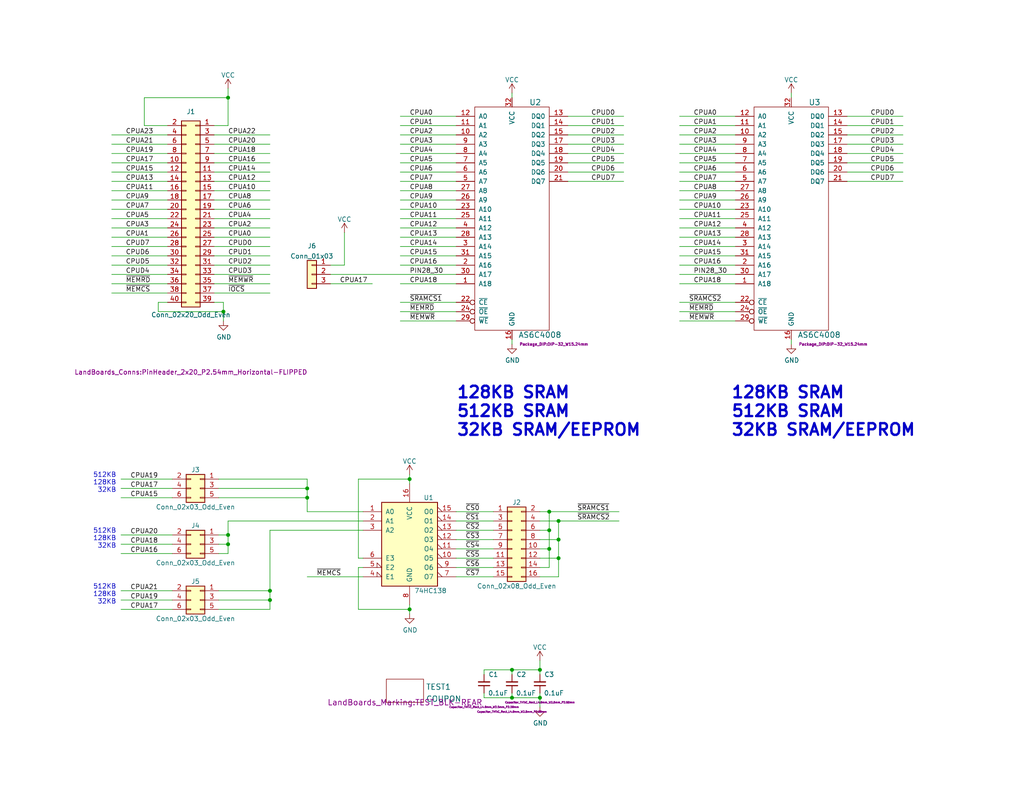
<source format=kicad_sch>
(kicad_sch (version 20211123) (generator eeschema)
  (paper "A")
  (title_block (title "LBB-MEMORY") (date "2022-09-07") (rev "1") (company "Land Boards LLC"))
  (lib_symbols
    (symbol "74xx:74LS138" (pin_names (offset 1.016))
      (property "Reference" "U" (at -7.62 11.43 0))
      (property "Value" "74LS138" (at -7.62 -13.97 0))
      (symbol "74LS138_1_0"
        (pin input line (at -12.7 7.62 0) (length 5.08) (name "A0") (number "1"))
        (pin output output_low (at 12.7 -5.08 180) (length 5.08) (name "O5") (number "10"))
        (pin output output_low (at 12.7 -2.54 180) (length 5.08) (name "O4") (number "11"))
        (pin output output_low (at 12.7 0 180) (length 5.08) (name "O3") (number "12"))
        (pin output output_low (at 12.7 2.54 180) (length 5.08) (name "O2") (number "13"))
        (pin output output_low (at 12.7 5.08 180) (length 5.08) (name "O1") (number "14"))
        (pin output output_low (at 12.7 7.62 180) (length 5.08) (name "O0") (number "15"))
        (pin power_in line (at 0 15.24 270) (length 5.08) (name "VCC") (number "16"))
        (pin input line (at -12.7 5.08 0) (length 5.08) (name "A1") (number "2"))
        (pin input line (at -12.7 2.54 0) (length 5.08) (name "A2") (number "3"))
        (pin input input_low (at -12.7 -10.16 0) (length 5.08) (name "E1") (number "4"))
        (pin input input_low (at -12.7 -7.62 0) (length 5.08) (name "E2") (number "5"))
        (pin input line (at -12.7 -5.08 0) (length 5.08) (name "E3") (number "6"))
        (pin output output_low (at 12.7 -10.16 180) (length 5.08) (name "O7") (number "7"))
        (pin power_in line (at 0 -17.78 90) (length 5.08) (name "GND") (number "8"))
        (pin output output_low (at 12.7 -7.62 180) (length 5.08) (name "O6") (number "9"))
      )
      (symbol "74LS138_1_1"
        (rectangle (start -7.62 10.16) (end 7.62 -12.7) (stroke (width 0.254)) (fill (type background)))
      )
    )
    (symbol "Connector_Generic:Conn_01x03" (pin_names (offset 1.016) hide)
      (property "Reference" "J" (at 0 5.08 0))
      (property "Value" "Conn_01x03" (at 0 -5.08 0))
      (symbol "Conn_01x03_1_1"
        (rectangle (start -1.27 -2.413) (end 0 -2.667) (stroke (width 0.1524)))
        (rectangle (start -1.27 0.127) (end 0 -0.127) (stroke (width 0.1524)))
        (rectangle (start -1.27 2.667) (end 0 2.413) (stroke (width 0.1524)))
        (rectangle (start -1.27 3.81) (end 1.27 -3.81) (stroke (width 0.254)) (fill (type background)))
        (pin passive line (at -5.08 2.54 0) (length 3.81) (name "Pin_1") (number "1"))
        (pin passive line (at -5.08 0 0) (length 3.81) (name "Pin_2") (number "2"))
        (pin passive line (at -5.08 -2.54 0) (length 3.81) (name "Pin_3") (number "3"))
      )
    )
    (symbol "Connector_Generic:Conn_02x03_Odd_Even" (pin_names (offset 1.016) hide)
      (property "Reference" "J" (at 1.27 5.08 0))
      (property "Value" "Conn_02x03_Odd_Even" (at 1.27 -5.08 0))
      (symbol "Conn_02x03_Odd_Even_1_1"
        (rectangle (start -1.27 -2.413) (end 0 -2.667) (stroke (width 0.1524)))
        (rectangle (start -1.27 0.127) (end 0 -0.127) (stroke (width 0.1524)))
        (rectangle (start -1.27 2.667) (end 0 2.413) (stroke (width 0.1524)))
        (rectangle (start -1.27 3.81) (end 3.81 -3.81) (stroke (width 0.254)) (fill (type background)))
        (rectangle (start 3.81 -2.413) (end 2.54 -2.667) (stroke (width 0.1524)))
        (rectangle (start 3.81 0.127) (end 2.54 -0.127) (stroke (width 0.1524)))
        (rectangle (start 3.81 2.667) (end 2.54 2.413) (stroke (width 0.1524)))
        (pin passive line (at -5.08 2.54 0) (length 3.81) (name "Pin_1") (number "1"))
        (pin passive line (at 7.62 2.54 180) (length 3.81) (name "Pin_2") (number "2"))
        (pin passive line (at -5.08 0 0) (length 3.81) (name "Pin_3") (number "3"))
        (pin passive line (at 7.62 0 180) (length 3.81) (name "Pin_4") (number "4"))
        (pin passive line (at -5.08 -2.54 0) (length 3.81) (name "Pin_5") (number "5"))
        (pin passive line (at 7.62 -2.54 180) (length 3.81) (name "Pin_6") (number "6"))
      )
    )
    (symbol "Connector_Generic:Conn_02x08_Odd_Even" (pin_names (offset 1.016) hide)
      (property "Reference" "J" (at 1.27 10.16 0))
      (property "Value" "Conn_02x08_Odd_Even" (at 1.27 -12.7 0))
      (symbol "Conn_02x08_Odd_Even_1_1"
        (rectangle (start -1.27 -10.033) (end 0 -10.287) (stroke (width 0.1524)))
        (rectangle (start -1.27 -7.493) (end 0 -7.747) (stroke (width 0.1524)))
        (rectangle (start -1.27 -4.953) (end 0 -5.207) (stroke (width 0.1524)))
        (rectangle (start -1.27 -2.413) (end 0 -2.667) (stroke (width 0.1524)))
        (rectangle (start -1.27 0.127) (end 0 -0.127) (stroke (width 0.1524)))
        (rectangle (start -1.27 2.667) (end 0 2.413) (stroke (width 0.1524)))
        (rectangle (start -1.27 5.207) (end 0 4.953) (stroke (width 0.1524)))
        (rectangle (start -1.27 7.747) (end 0 7.493) (stroke (width 0.1524)))
        (rectangle (start -1.27 8.89) (end 3.81 -11.43) (stroke (width 0.254)) (fill (type background)))
        (rectangle (start 3.81 -10.033) (end 2.54 -10.287) (stroke (width 0.1524)))
        (rectangle (start 3.81 -7.493) (end 2.54 -7.747) (stroke (width 0.1524)))
        (rectangle (start 3.81 -4.953) (end 2.54 -5.207) (stroke (width 0.1524)))
        (rectangle (start 3.81 -2.413) (end 2.54 -2.667) (stroke (width 0.1524)))
        (rectangle (start 3.81 0.127) (end 2.54 -0.127) (stroke (width 0.1524)))
        (rectangle (start 3.81 2.667) (end 2.54 2.413) (stroke (width 0.1524)))
        (rectangle (start 3.81 5.207) (end 2.54 4.953) (stroke (width 0.1524)))
        (rectangle (start 3.81 7.747) (end 2.54 7.493) (stroke (width 0.1524)))
        (pin passive line (at -5.08 7.62 0) (length 3.81) (name "Pin_1") (number "1"))
        (pin passive line (at 7.62 -2.54 180) (length 3.81) (name "Pin_10") (number "10"))
        (pin passive line (at -5.08 -5.08 0) (length 3.81) (name "Pin_11") (number "11"))
        (pin passive line (at 7.62 -5.08 180) (length 3.81) (name "Pin_12") (number "12"))
        (pin passive line (at -5.08 -7.62 0) (length 3.81) (name "Pin_13") (number "13"))
        (pin passive line (at 7.62 -7.62 180) (length 3.81) (name "Pin_14") (number "14"))
        (pin passive line (at -5.08 -10.16 0) (length 3.81) (name "Pin_15") (number "15"))
        (pin passive line (at 7.62 -10.16 180) (length 3.81) (name "Pin_16") (number "16"))
        (pin passive line (at 7.62 7.62 180) (length 3.81) (name "Pin_2") (number "2"))
        (pin passive line (at -5.08 5.08 0) (length 3.81) (name "Pin_3") (number "3"))
        (pin passive line (at 7.62 5.08 180) (length 3.81) (name "Pin_4") (number "4"))
        (pin passive line (at -5.08 2.54 0) (length 3.81) (name "Pin_5") (number "5"))
        (pin passive line (at 7.62 2.54 180) (length 3.81) (name "Pin_6") (number "6"))
        (pin passive line (at -5.08 0 0) (length 3.81) (name "Pin_7") (number "7"))
        (pin passive line (at 7.62 0 180) (length 3.81) (name "Pin_8") (number "8"))
        (pin passive line (at -5.08 -2.54 0) (length 3.81) (name "Pin_9") (number "9"))
      )
    )
    (symbol "Connector_Generic:Conn_02x20_Odd_Even" (pin_names (offset 1.016) hide)
      (property "Reference" "J" (at 1.27 25.4 0))
      (property "Value" "Conn_02x20_Odd_Even" (at 1.27 -27.94 0))
      (symbol "Conn_02x20_Odd_Even_1_1"
        (rectangle (start -1.27 -25.273) (end 0 -25.527) (stroke (width 0.1524)))
        (rectangle (start -1.27 -22.733) (end 0 -22.987) (stroke (width 0.1524)))
        (rectangle (start -1.27 -20.193) (end 0 -20.447) (stroke (width 0.1524)))
        (rectangle (start -1.27 -17.653) (end 0 -17.907) (stroke (width 0.1524)))
        (rectangle (start -1.27 -15.113) (end 0 -15.367) (stroke (width 0.1524)))
        (rectangle (start -1.27 -12.573) (end 0 -12.827) (stroke (width 0.1524)))
        (rectangle (start -1.27 -10.033) (end 0 -10.287) (stroke (width 0.1524)))
        (rectangle (start -1.27 -7.493) (end 0 -7.747) (stroke (width 0.1524)))
        (rectangle (start -1.27 -4.953) (end 0 -5.207) (stroke (width 0.1524)))
        (rectangle (start -1.27 -2.413) (end 0 -2.667) (stroke (width 0.1524)))
        (rectangle (start -1.27 0.127) (end 0 -0.127) (stroke (width 0.1524)))
        (rectangle (start -1.27 2.667) (end 0 2.413) (stroke (width 0.1524)))
        (rectangle (start -1.27 5.207) (end 0 4.953) (stroke (width 0.1524)))
        (rectangle (start -1.27 7.747) (end 0 7.493) (stroke (width 0.1524)))
        (rectangle (start -1.27 10.287) (end 0 10.033) (stroke (width 0.1524)))
        (rectangle (start -1.27 12.827) (end 0 12.573) (stroke (width 0.1524)))
        (rectangle (start -1.27 15.367) (end 0 15.113) (stroke (width 0.1524)))
        (rectangle (start -1.27 17.907) (end 0 17.653) (stroke (width 0.1524)))
        (rectangle (start -1.27 20.447) (end 0 20.193) (stroke (width 0.1524)))
        (rectangle (start -1.27 22.987) (end 0 22.733) (stroke (width 0.1524)))
        (rectangle (start -1.27 24.13) (end 3.81 -26.67) (stroke (width 0.254)) (fill (type background)))
        (rectangle (start 3.81 -25.273) (end 2.54 -25.527) (stroke (width 0.1524)))
        (rectangle (start 3.81 -22.733) (end 2.54 -22.987) (stroke (width 0.1524)))
        (rectangle (start 3.81 -20.193) (end 2.54 -20.447) (stroke (width 0.1524)))
        (rectangle (start 3.81 -17.653) (end 2.54 -17.907) (stroke (width 0.1524)))
        (rectangle (start 3.81 -15.113) (end 2.54 -15.367) (stroke (width 0.1524)))
        (rectangle (start 3.81 -12.573) (end 2.54 -12.827) (stroke (width 0.1524)))
        (rectangle (start 3.81 -10.033) (end 2.54 -10.287) (stroke (width 0.1524)))
        (rectangle (start 3.81 -7.493) (end 2.54 -7.747) (stroke (width 0.1524)))
        (rectangle (start 3.81 -4.953) (end 2.54 -5.207) (stroke (width 0.1524)))
        (rectangle (start 3.81 -2.413) (end 2.54 -2.667) (stroke (width 0.1524)))
        (rectangle (start 3.81 0.127) (end 2.54 -0.127) (stroke (width 0.1524)))
        (rectangle (start 3.81 2.667) (end 2.54 2.413) (stroke (width 0.1524)))
        (rectangle (start 3.81 5.207) (end 2.54 4.953) (stroke (width 0.1524)))
        (rectangle (start 3.81 7.747) (end 2.54 7.493) (stroke (width 0.1524)))
        (rectangle (start 3.81 10.287) (end 2.54 10.033) (stroke (width 0.1524)))
        (rectangle (start 3.81 12.827) (end 2.54 12.573) (stroke (width 0.1524)))
        (rectangle (start 3.81 15.367) (end 2.54 15.113) (stroke (width 0.1524)))
        (rectangle (start 3.81 17.907) (end 2.54 17.653) (stroke (width 0.1524)))
        (rectangle (start 3.81 20.447) (end 2.54 20.193) (stroke (width 0.1524)))
        (rectangle (start 3.81 22.987) (end 2.54 22.733) (stroke (width 0.1524)))
        (pin passive line (at -5.08 22.86 0) (length 3.81) (name "Pin_1") (number "1"))
        (pin passive line (at 7.62 12.7 180) (length 3.81) (name "Pin_10") (number "10"))
        (pin passive line (at -5.08 10.16 0) (length 3.81) (name "Pin_11") (number "11"))
        (pin passive line (at 7.62 10.16 180) (length 3.81) (name "Pin_12") (number "12"))
        (pin passive line (at -5.08 7.62 0) (length 3.81) (name "Pin_13") (number "13"))
        (pin passive line (at 7.62 7.62 180) (length 3.81) (name "Pin_14") (number "14"))
        (pin passive line (at -5.08 5.08 0) (length 3.81) (name "Pin_15") (number "15"))
        (pin passive line (at 7.62 5.08 180) (length 3.81) (name "Pin_16") (number "16"))
        (pin passive line (at -5.08 2.54 0) (length 3.81) (name "Pin_17") (number "17"))
        (pin passive line (at 7.62 2.54 180) (length 3.81) (name "Pin_18") (number "18"))
        (pin passive line (at -5.08 0 0) (length 3.81) (name "Pin_19") (number "19"))
        (pin passive line (at 7.62 22.86 180) (length 3.81) (name "Pin_2") (number "2"))
        (pin passive line (at 7.62 0 180) (length 3.81) (name "Pin_20") (number "20"))
        (pin passive line (at -5.08 -2.54 0) (length 3.81) (name "Pin_21") (number "21"))
        (pin passive line (at 7.62 -2.54 180) (length 3.81) (name "Pin_22") (number "22"))
        (pin passive line (at -5.08 -5.08 0) (length 3.81) (name "Pin_23") (number "23"))
        (pin passive line (at 7.62 -5.08 180) (length 3.81) (name "Pin_24") (number "24"))
        (pin passive line (at -5.08 -7.62 0) (length 3.81) (name "Pin_25") (number "25"))
        (pin passive line (at 7.62 -7.62 180) (length 3.81) (name "Pin_26") (number "26"))
        (pin passive line (at -5.08 -10.16 0) (length 3.81) (name "Pin_27") (number "27"))
        (pin passive line (at 7.62 -10.16 180) (length 3.81) (name "Pin_28") (number "28"))
        (pin passive line (at -5.08 -12.7 0) (length 3.81) (name "Pin_29") (number "29"))
        (pin passive line (at -5.08 20.32 0) (length 3.81) (name "Pin_3") (number "3"))
        (pin passive line (at 7.62 -12.7 180) (length 3.81) (name "Pin_30") (number "30"))
        (pin passive line (at -5.08 -15.24 0) (length 3.81) (name "Pin_31") (number "31"))
        (pin passive line (at 7.62 -15.24 180) (length 3.81) (name "Pin_32") (number "32"))
        (pin passive line (at -5.08 -17.78 0) (length 3.81) (name "Pin_33") (number "33"))
        (pin passive line (at 7.62 -17.78 180) (length 3.81) (name "Pin_34") (number "34"))
        (pin passive line (at -5.08 -20.32 0) (length 3.81) (name "Pin_35") (number "35"))
        (pin passive line (at 7.62 -20.32 180) (length 3.81) (name "Pin_36") (number "36"))
        (pin passive line (at -5.08 -22.86 0) (length 3.81) (name "Pin_37") (number "37"))
        (pin passive line (at 7.62 -22.86 180) (length 3.81) (name "Pin_38") (number "38"))
        (pin passive line (at -5.08 -25.4 0) (length 3.81) (name "Pin_39") (number "39"))
        (pin passive line (at 7.62 20.32 180) (length 3.81) (name "Pin_4") (number "4"))
        (pin passive line (at 7.62 -25.4 180) (length 3.81) (name "Pin_40") (number "40"))
        (pin passive line (at -5.08 17.78 0) (length 3.81) (name "Pin_5") (number "5"))
        (pin passive line (at 7.62 17.78 180) (length 3.81) (name "Pin_6") (number "6"))
        (pin passive line (at -5.08 15.24 0) (length 3.81) (name "Pin_7") (number "7"))
        (pin passive line (at 7.62 15.24 180) (length 3.81) (name "Pin_8") (number "8"))
        (pin passive line (at -5.08 12.7 0) (length 3.81) (name "Pin_9") (number "9"))
      )
    )
    (symbol "Device:C_Small" (pin_numbers hide) (pin_names (offset 0.254) hide)
      (property "Reference" "C" (at 0.254 1.778 0))
      (property "Value" "C_Small" (at 0.254 -2.032 0))
      (symbol "C_Small_0_1"
        (polyline (pts (xy -1.524 -0.508) (xy 1.524 -0.508)) (stroke (width 0.3302)))
        (polyline (pts (xy -1.524 0.508) (xy 1.524 0.508)) (stroke (width 0.3048)))
      )
      (symbol "C_Small_1_1"
        (pin passive line (at 0 2.54 270) (length 2.032) (name "~") (number "1"))
        (pin passive line (at 0 -2.54 90) (length 2.032) (name "~") (number "2"))
      )
    )
    (symbol "LandBoards:COUPON" (pin_names (offset 1.016))
      (property "Reference" "COUP?" (at 0 0 0))
      (property "Value" "COUPON" (at 0 0 0))
      (symbol "COUPON_0_1"
        (rectangle (start -5.08 0) (end 5.08 6.35))
      )
    )
    (symbol "Z80_CPU-rescue:AS6C4008" (pin_names (offset 1.016))
      (property "Reference" "U" (at -10.16 31.75 0))
      (property "Value" "AS6C4008" (at -10.16 -31.75 0))
      (symbol "AS6C4008_0_1"
        (rectangle (start 10.16 -30.48) (end -10.16 30.48))
      )
      (symbol "AS6C4008_1_1"
        (pin input line (at -15.24 -17.78 0) (length 5.08) (name "A18") (number "1"))
        (pin input line (at -15.24 22.86 0) (length 5.08) (name "A2") (number "10"))
        (pin input line (at -15.24 25.4 0) (length 5.08) (name "A1") (number "11"))
        (pin input line (at -15.24 27.94 0) (length 5.08) (name "A0") (number "12"))
        (pin bidirectional line (at 15.24 27.94 180) (length 5.08) (name "DQ0") (number "13"))
        (pin bidirectional line (at 15.24 25.4 180) (length 5.08) (name "DQ1") (number "14"))
        (pin bidirectional line (at 15.24 22.86 180) (length 5.08) (name "DQ2") (number "15"))
        (pin power_in line (at 0 -33.02 90) (length 2.54) (name "GND") (number "16"))
        (pin bidirectional line (at 15.24 20.32 180) (length 5.08) (name "DQ3") (number "17"))
        (pin bidirectional line (at 15.24 17.78 180) (length 5.08) (name "DQ4") (number "18"))
        (pin bidirectional line (at 15.24 15.24 180) (length 5.08) (name "DQ5") (number "19"))
        (pin input line (at -15.24 -12.7 0) (length 5.08) (name "A16") (number "2"))
        (pin bidirectional line (at 15.24 12.7 180) (length 5.08) (name "DQ6") (number "20"))
        (pin bidirectional line (at 15.24 10.16 180) (length 5.08) (name "DQ7") (number "21"))
        (pin input inverted (at -15.24 -22.86 0) (length 5.08) (name "~{CE}") (number "22"))
        (pin input line (at -15.24 2.54 0) (length 5.08) (name "A10") (number "23"))
        (pin input inverted (at -15.24 -25.4 0) (length 5.08) (name "~{OE}") (number "24"))
        (pin input line (at -15.24 0 0) (length 5.08) (name "A11") (number "25"))
        (pin input line (at -15.24 5.08 0) (length 5.08) (name "A9") (number "26"))
        (pin input line (at -15.24 7.62 0) (length 5.08) (name "A8") (number "27"))
        (pin input line (at -15.24 -5.08 0) (length 5.08) (name "A13") (number "28"))
        (pin input inverted (at -15.24 -27.94 0) (length 5.08) (name "~{WE}") (number "29"))
        (pin input line (at -15.24 -7.62 0) (length 5.08) (name "A14") (number "3"))
        (pin input line (at -15.24 -15.24 0) (length 5.08) (name "A17") (number "30"))
        (pin input line (at -15.24 -10.16 0) (length 5.08) (name "A15") (number "31"))
        (pin power_in line (at 0 33.02 270) (length 2.54) (name "VCC") (number "32"))
        (pin input line (at -15.24 -2.54 0) (length 5.08) (name "A12") (number "4"))
        (pin input line (at -15.24 10.16 0) (length 5.08) (name "A7") (number "5"))
        (pin input line (at -15.24 12.7 0) (length 5.08) (name "A6") (number "6"))
        (pin input line (at -15.24 15.24 0) (length 5.08) (name "A5") (number "7"))
        (pin input line (at -15.24 17.78 0) (length 5.08) (name "A4") (number "8"))
        (pin input line (at -15.24 20.32 0) (length 5.08) (name "A3") (number "9"))
      )
    )
    (symbol "power:GND" (power) (pin_names (offset 0))
      (property "Value" "GND" (at 0 -3.81 0))
      (symbol "GND_0_1"
        (polyline (pts (xy 0 0) (xy 0 -1.27) (xy 1.27 -1.27) (xy 0 -2.54) (xy -1.27 -1.27) (xy 0 -1.27)))
      )
      (symbol "GND_1_1"
        (pin power_in line (at 0 0 270) (length 0) hide (name "GND") (number "1"))
      )
    )
    (symbol "power:VCC" (power) (pin_names (offset 0))
      (property "Value" "VCC" (at 0 3.81 0))
      (symbol "VCC_0_1"
        (polyline (pts (xy -0.762 1.27) (xy 0 2.54)))
        (polyline (pts (xy 0 0) (xy 0 2.54)))
        (polyline (pts (xy 0 2.54) (xy 0.762 1.27)))
      )
      (symbol "VCC_1_1"
        (pin power_in line (at 0 0 90) (length 0) hide (name "VCC") (number "1"))
      )
    )
  )
  (junction (at 149.86 144.78))
  (junction (at 62.23 148.59))
  (junction (at 83.82 133.35))
  (junction (at 139.7 182.88))
  (junction (at 152.4 142.24))
  (junction (at 73.66 161.29))
  (junction (at 111.76 130.81))
  (junction (at 60.96 85.09))
  (junction (at 62.23 26.67))
  (junction (at 62.23 146.05))
  (junction (at 73.66 163.83))
  (junction (at 152.4 147.32))
  (junction (at 111.76 166.37))
  (junction (at 139.7 190.5))
  (junction (at 149.86 149.86))
  (junction (at 147.32 182.88))
  (junction (at 147.32 190.5))
  (junction (at 149.86 139.7))
  (junction (at 83.82 135.89))
  (junction (at 152.4 152.4))
  (wire (pts (xy 111.76 130.81) (xy 111.76 132.08)))
  (wire (pts (xy 154.94 46.99) (xy 170.18 46.99)))
  (wire (pts (xy 109.22 41.91) (xy 124.46 41.91)))
  (wire (pts (xy 124.46 154.94) (xy 134.62 154.94)))
  (wire (pts (xy 231.14 41.91) (xy 246.38 41.91)))
  (wire (pts (xy 185.42 54.61) (xy 200.66 54.61)))
  (wire (pts (xy 59.69 148.59) (xy 62.23 148.59)))
  (wire (pts (xy 147.32 142.24) (xy 152.4 142.24)))
  (wire (pts (xy 215.9 25.4) (xy 215.9 26.67)))
  (wire (pts (xy 147.32 190.5) (xy 139.7 190.5)))
  (wire (pts (xy 231.14 44.45) (xy 246.38 44.45)))
  (wire (pts (xy 33.02 148.59) (xy 46.99 148.59)))
  (wire (pts (xy 97.79 154.94) (xy 99.06 154.94)))
  (wire (pts (xy 185.42 87.63) (xy 200.66 87.63)))
  (wire (pts (xy 97.79 152.4) (xy 99.06 152.4)))
  (wire (pts (xy 154.94 36.83) (xy 170.18 36.83)))
  (wire (pts (xy 73.66 161.29) (xy 73.66 163.83)))
  (wire (pts (xy 147.32 184.15) (xy 147.32 182.88)))
  (wire (pts (xy 62.23 151.13) (xy 59.69 151.13)))
  (wire (pts (xy 109.22 77.47) (xy 124.46 77.47)))
  (wire (pts (xy 58.42 57.15) (xy 73.66 57.15)))
  (wire (pts (xy 139.7 190.5) (xy 132.08 190.5)))
  (wire (pts (xy 33.02 151.13) (xy 46.99 151.13)))
  (wire (pts (xy 147.32 149.86) (xy 149.86 149.86)))
  (wire (pts (xy 58.42 82.55) (xy 60.96 82.55)))
  (wire (pts (xy 147.32 190.5) (xy 147.32 193.04)))
  (wire (pts (xy 185.42 34.29) (xy 200.66 34.29)))
  (wire (pts (xy 185.42 57.15) (xy 200.66 57.15)))
  (wire (pts (xy 124.46 152.4) (xy 134.62 152.4)))
  (wire (pts (xy 185.42 85.09) (xy 200.66 85.09)))
  (wire (pts (xy 30.48 80.01) (xy 45.72 80.01)))
  (wire (pts (xy 124.46 139.7) (xy 134.62 139.7)))
  (wire (pts (xy 147.32 180.34) (xy 147.32 182.88)))
  (wire (pts (xy 109.22 64.77) (xy 124.46 64.77)))
  (wire (pts (xy 185.42 49.53) (xy 200.66 49.53)))
  (wire (pts (xy 33.02 161.29) (xy 46.99 161.29)))
  (wire (pts (xy 111.76 165.1) (xy 111.76 166.37)))
  (wire (pts (xy 62.23 34.29) (xy 62.23 26.67)))
  (wire (pts (xy 185.42 44.45) (xy 200.66 44.45)))
  (wire (pts (xy 147.32 152.4) (xy 152.4 152.4)))
  (wire (pts (xy 58.42 49.53) (xy 73.66 49.53)))
  (wire (pts (xy 30.48 52.07) (xy 45.72 52.07)))
  (wire (pts (xy 60.96 85.09) (xy 43.18 85.09)))
  (wire (pts (xy 58.42 69.85) (xy 73.66 69.85)))
  (wire (pts (xy 30.48 39.37) (xy 45.72 39.37)))
  (wire (pts (xy 109.22 62.23) (xy 124.46 62.23)))
  (wire (pts (xy 231.14 49.53) (xy 246.38 49.53)))
  (wire (pts (xy 132.08 190.5) (xy 132.08 189.23)))
  (wire (pts (xy 109.22 46.99) (xy 124.46 46.99)))
  (wire (pts (xy 185.42 67.31) (xy 200.66 67.31)))
  (wire (pts (xy 231.14 39.37) (xy 246.38 39.37)))
  (wire (pts (xy 59.69 161.29) (xy 73.66 161.29)))
  (wire (pts (xy 109.22 67.31) (xy 124.46 67.31)))
  (wire (pts (xy 111.76 166.37) (xy 111.76 167.64)))
  (wire (pts (xy 185.42 39.37) (xy 200.66 39.37)))
  (wire (pts (xy 139.7 25.4) (xy 139.7 26.67)))
  (wire (pts (xy 83.82 133.35) (xy 83.82 135.89)))
  (wire (pts (xy 154.94 49.53) (xy 170.18 49.53)))
  (wire (pts (xy 58.42 80.01) (xy 73.66 80.01)))
  (wire (pts (xy 124.46 147.32) (xy 134.62 147.32)))
  (wire (pts (xy 62.23 26.67) (xy 39.37 26.67)))
  (wire (pts (xy 185.42 62.23) (xy 200.66 62.23)))
  (wire (pts (xy 93.98 63.5) (xy 93.98 72.39)))
  (wire (pts (xy 185.42 64.77) (xy 200.66 64.77)))
  (wire (pts (xy 58.42 64.77) (xy 73.66 64.77)))
  (wire (pts (xy 109.22 36.83) (xy 124.46 36.83)))
  (wire (pts (xy 58.42 62.23) (xy 73.66 62.23)))
  (wire (pts (xy 154.94 44.45) (xy 170.18 44.45)))
  (wire (pts (xy 62.23 142.24) (xy 62.23 146.05)))
  (wire (pts (xy 124.46 142.24) (xy 134.62 142.24)))
  (wire (pts (xy 149.86 139.7) (xy 168.91 139.7)))
  (wire (pts (xy 149.86 144.78) (xy 149.86 149.86)))
  (wire (pts (xy 30.48 36.83) (xy 45.72 36.83)))
  (wire (pts (xy 30.48 57.15) (xy 45.72 57.15)))
  (wire (pts (xy 30.48 41.91) (xy 45.72 41.91)))
  (wire (pts (xy 30.48 49.53) (xy 45.72 49.53)))
  (wire (pts (xy 59.69 135.89) (xy 83.82 135.89)))
  (wire (pts (xy 73.66 166.37) (xy 59.69 166.37)))
  (wire (pts (xy 62.23 26.67) (xy 62.23 24.13)))
  (wire (pts (xy 30.48 72.39) (xy 45.72 72.39)))
  (wire (pts (xy 83.82 139.7) (xy 99.06 139.7)))
  (wire (pts (xy 147.32 147.32) (xy 152.4 147.32)))
  (wire (pts (xy 30.48 74.93) (xy 45.72 74.93)))
  (wire (pts (xy 109.22 34.29) (xy 124.46 34.29)))
  (wire (pts (xy 33.02 130.81) (xy 46.99 130.81)))
  (wire (pts (xy 185.42 77.47) (xy 200.66 77.47)))
  (wire (pts (xy 185.42 52.07) (xy 200.66 52.07)))
  (wire (pts (xy 33.02 133.35) (xy 46.99 133.35)))
  (wire (pts (xy 147.32 189.23) (xy 147.32 190.5)))
  (wire (pts (xy 109.22 31.75) (xy 124.46 31.75)))
  (wire (pts (xy 147.32 144.78) (xy 149.86 144.78)))
  (wire (pts (xy 83.82 135.89) (xy 83.82 139.7)))
  (wire (pts (xy 30.48 64.77) (xy 45.72 64.77)))
  (wire (pts (xy 97.79 130.81) (xy 97.79 152.4)))
  (wire (pts (xy 39.37 26.67) (xy 39.37 34.29)))
  (wire (pts (xy 90.17 77.47) (xy 101.6 77.47)))
  (wire (pts (xy 185.42 74.93) (xy 200.66 74.93)))
  (wire (pts (xy 30.48 77.47) (xy 45.72 77.47)))
  (wire (pts (xy 139.7 184.15) (xy 139.7 182.88)))
  (wire (pts (xy 132.08 184.15) (xy 132.08 182.88)))
  (wire (pts (xy 83.82 130.81) (xy 83.82 133.35)))
  (wire (pts (xy 58.42 46.99) (xy 73.66 46.99)))
  (wire (pts (xy 97.79 166.37) (xy 97.79 154.94)))
  (wire (pts (xy 109.22 39.37) (xy 124.46 39.37)))
  (wire (pts (xy 147.32 139.7) (xy 149.86 139.7)))
  (wire (pts (xy 109.22 54.61) (xy 124.46 54.61)))
  (wire (pts (xy 60.96 85.09) (xy 60.96 87.63)))
  (wire (pts (xy 185.42 36.83) (xy 200.66 36.83)))
  (wire (pts (xy 59.69 133.35) (xy 83.82 133.35)))
  (wire (pts (xy 154.94 31.75) (xy 170.18 31.75)))
  (wire (pts (xy 73.66 144.78) (xy 99.06 144.78)))
  (wire (pts (xy 58.42 41.91) (xy 73.66 41.91)))
  (wire (pts (xy 109.22 87.63) (xy 124.46 87.63)))
  (wire (pts (xy 124.46 144.78) (xy 134.62 144.78)))
  (wire (pts (xy 231.14 31.75) (xy 246.38 31.75)))
  (wire (pts (xy 58.42 44.45) (xy 73.66 44.45)))
  (wire (pts (xy 90.17 72.39) (xy 93.98 72.39)))
  (wire (pts (xy 59.69 163.83) (xy 73.66 163.83)))
  (wire (pts (xy 60.96 82.55) (xy 60.96 85.09)))
  (wire (pts (xy 109.22 85.09) (xy 124.46 85.09)))
  (wire (pts (xy 185.42 59.69) (xy 200.66 59.69)))
  (wire (pts (xy 58.42 36.83) (xy 73.66 36.83)))
  (wire (pts (xy 154.94 34.29) (xy 170.18 34.29)))
  (wire (pts (xy 149.86 149.86) (xy 149.86 154.94)))
  (wire (pts (xy 147.32 157.48) (xy 152.4 157.48)))
  (wire (pts (xy 58.42 39.37) (xy 73.66 39.37)))
  (wire (pts (xy 215.9 92.71) (xy 215.9 93.98)))
  (wire (pts (xy 59.69 146.05) (xy 62.23 146.05)))
  (wire (pts (xy 30.48 46.99) (xy 45.72 46.99)))
  (wire (pts (xy 111.76 130.81) (xy 97.79 130.81)))
  (wire (pts (xy 111.76 166.37) (xy 97.79 166.37)))
  (wire (pts (xy 58.42 59.69) (xy 73.66 59.69)))
  (wire (pts (xy 152.4 152.4) (xy 152.4 147.32)))
  (wire (pts (xy 33.02 163.83) (xy 46.99 163.83)))
  (wire (pts (xy 124.46 149.86) (xy 134.62 149.86)))
  (wire (pts (xy 231.14 36.83) (xy 246.38 36.83)))
  (wire (pts (xy 62.23 146.05) (xy 62.23 148.59)))
  (wire (pts (xy 139.7 182.88) (xy 147.32 182.88)))
  (wire (pts (xy 30.48 44.45) (xy 45.72 44.45)))
  (wire (pts (xy 185.42 46.99) (xy 200.66 46.99)))
  (wire (pts (xy 152.4 147.32) (xy 152.4 142.24)))
  (wire (pts (xy 33.02 166.37) (xy 46.99 166.37)))
  (wire (pts (xy 185.42 69.85) (xy 200.66 69.85)))
  (wire (pts (xy 147.32 154.94) (xy 149.86 154.94)))
  (wire (pts (xy 58.42 52.07) (xy 73.66 52.07)))
  (wire (pts (xy 109.22 57.15) (xy 124.46 57.15)))
  (wire (pts (xy 58.42 67.31) (xy 73.66 67.31)))
  (wire (pts (xy 33.02 146.05) (xy 46.99 146.05)))
  (wire (pts (xy 139.7 189.23) (xy 139.7 190.5)))
  (wire (pts (xy 109.22 52.07) (xy 124.46 52.07)))
  (wire (pts (xy 58.42 54.61) (xy 73.66 54.61)))
  (wire (pts (xy 231.14 46.99) (xy 246.38 46.99)))
  (wire (pts (xy 149.86 139.7) (xy 149.86 144.78)))
  (wire (pts (xy 109.22 59.69) (xy 124.46 59.69)))
  (wire (pts (xy 109.22 44.45) (xy 124.46 44.45)))
  (wire (pts (xy 39.37 34.29) (xy 45.72 34.29)))
  (wire (pts (xy 124.46 157.48) (xy 134.62 157.48)))
  (wire (pts (xy 83.82 157.48) (xy 99.06 157.48)))
  (wire (pts (xy 58.42 72.39) (xy 73.66 72.39)))
  (wire (pts (xy 62.23 148.59) (xy 62.23 151.13)))
  (wire (pts (xy 58.42 34.29) (xy 62.23 34.29)))
  (wire (pts (xy 62.23 142.24) (xy 99.06 142.24)))
  (wire (pts (xy 30.48 67.31) (xy 45.72 67.31)))
  (wire (pts (xy 185.42 41.91) (xy 200.66 41.91)))
  (wire (pts (xy 30.48 69.85) (xy 45.72 69.85)))
  (wire (pts (xy 154.94 41.91) (xy 170.18 41.91)))
  (wire (pts (xy 185.42 31.75) (xy 200.66 31.75)))
  (wire (pts (xy 185.42 72.39) (xy 200.66 72.39)))
  (wire (pts (xy 43.18 82.55) (xy 45.72 82.55)))
  (wire (pts (xy 154.94 39.37) (xy 170.18 39.37)))
  (wire (pts (xy 139.7 92.71) (xy 139.7 93.98)))
  (wire (pts (xy 231.14 34.29) (xy 246.38 34.29)))
  (wire (pts (xy 30.48 59.69) (xy 45.72 59.69)))
  (wire (pts (xy 152.4 157.48) (xy 152.4 152.4)))
  (wire (pts (xy 109.22 49.53) (xy 124.46 49.53)))
  (wire (pts (xy 109.22 82.55) (xy 124.46 82.55)))
  (wire (pts (xy 30.48 62.23) (xy 45.72 62.23)))
  (wire (pts (xy 132.08 182.88) (xy 139.7 182.88)))
  (wire (pts (xy 111.76 129.54) (xy 111.76 130.81)))
  (wire (pts (xy 58.42 74.93) (xy 73.66 74.93)))
  (wire (pts (xy 109.22 69.85) (xy 124.46 69.85)))
  (wire (pts (xy 43.18 85.09) (xy 43.18 82.55)))
  (wire (pts (xy 185.42 82.55) (xy 200.66 82.55)))
  (wire (pts (xy 73.66 144.78) (xy 73.66 161.29)))
  (wire (pts (xy 33.02 135.89) (xy 46.99 135.89)))
  (wire (pts (xy 73.66 163.83) (xy 73.66 166.37)))
  (wire (pts (xy 59.69 130.81) (xy 83.82 130.81)))
  (wire (pts (xy 152.4 142.24) (xy 168.91 142.24)))
  (wire (pts (xy 30.48 54.61) (xy 45.72 54.61)))
  (wire (pts (xy 90.17 74.93) (xy 124.46 74.93)))
  (wire (pts (xy 109.22 72.39) (xy 124.46 72.39)))
  (wire (pts (xy 58.42 77.47) (xy 73.66 77.47)))
  (text "512KB\n128KB\n32KB" (at 31.75 165.1 180) (effects (font (size 1.27 1.27)) (justify right bottom)))
  (text "128KB SRAM\n512KB SRAM\n32KB SRAM/EEPROM" (at 124.46 119.38 0) (effects (font (size 3.175 3.175) (thickness 0.635) bold) (justify left bottom)))
  (text "512KB\n128KB\n32KB" (at 31.75 134.62 180) (effects (font (size 1.27 1.27)) (justify right bottom)))
  (text "128KB SRAM\n512KB SRAM\n32KB SRAM/EEPROM" (at 199.39 119.38 0) (effects (font (size 3.175 3.175) (thickness 0.635) bold) (justify left bottom)))
  (text "512KB\n128KB\n32KB" (at 31.75 149.86 180) (effects (font (size 1.27 1.27)) (justify right bottom)))
  (label "CPUD0" (at 237.49 31.75 0))
  (label "CPUA4" (at 62.23 59.69 0))
  (label "CPUD1" (at 237.49 34.29 0))
  (label "CPUA12" (at 62.23 49.53 0))
  (label "CPUA9" (at 34.29 54.61 0))
  (label "CPUA6" (at 111.76 46.99 0))
  (label "CPUA19" (at 35.56 163.83 0))
  (label "CPUA6" (at 189.23 46.99 0))
  (label "CPUA20" (at 62.23 39.37 0))
  (label "CPUD3" (at 62.23 74.93 0))
  (label "CPUA2" (at 111.76 36.83 0))
  (label "CPUD4" (at 237.49 41.91 0))
  (label "CPUA8" (at 111.76 52.07 0))
  (label "~{CS3}" (at 127 147.32 0))
  (label "CPUD6" (at 237.49 46.99 0))
  (label "CPUD3" (at 161.29 39.37 0))
  (label "CPUD2" (at 237.49 36.83 0))
  (label "CPUD2" (at 62.23 72.39 0))
  (label "CPUA20" (at 35.56 146.05 0))
  (label "CPUA11" (at 111.76 59.69 0))
  (label "CPUA3" (at 34.29 62.23 0))
  (label "~{MEMCS}" (at 86.36 157.48 0))
  (label "CPUA16" (at 111.76 72.39 0))
  (label "CPUA15" (at 34.29 46.99 0))
  (label "CPUA15" (at 35.56 135.89 0))
  (label "CPUA2" (at 62.23 62.23 0))
  (label "CPUA7" (at 189.23 49.53 0))
  (label "~{SRAMCS1}" (at 157.48 139.7 0))
  (label "CPUD4" (at 161.29 41.91 0))
  (label "CPUD2" (at 161.29 36.83 0))
  (label "CPUA19" (at 34.29 41.91 0))
  (label "CPUA11" (at 34.29 52.07 0))
  (label "CPUA5" (at 189.23 44.45 0))
  (label "CPUD4" (at 34.29 74.93 0))
  (label "CPUA5" (at 111.76 44.45 0))
  (label "~{MEMWR}" (at 187.96 87.63 0))
  (label "PIN28_30" (at 189.23 74.93 0))
  (label "CPUA14" (at 111.76 67.31 0))
  (label "CPUA2" (at 189.23 36.83 0))
  (label "CPUA18" (at 62.23 41.91 0))
  (label "CPUA7" (at 34.29 57.15 0))
  (label "~{IOCS}" (at 62.23 80.01 0))
  (label "~{CS2}" (at 127 144.78 0))
  (label "~{MEMWR}" (at 62.23 77.47 0))
  (label "CPUA13" (at 189.23 64.77 0))
  (label "CPUD0" (at 62.23 67.31 0))
  (label "CPUA0" (at 111.76 31.75 0))
  (label "CPUA14" (at 189.23 67.31 0))
  (label "CPUA17" (at 92.71 77.47 0))
  (label "CPUA3" (at 111.76 39.37 0))
  (label "~{CS6}" (at 127 154.94 0))
  (label "~{SRAMCS2}" (at 187.96 82.55 0))
  (label "CPUD5" (at 161.29 44.45 0))
  (label "~{MEMRD}" (at 34.29 77.47 0))
  (label "CPUA9" (at 111.76 54.61 0))
  (label "CPUA15" (at 189.23 69.85 0))
  (label "CPUD6" (at 161.29 46.99 0))
  (label "CPUA16" (at 189.23 72.39 0))
  (label "CPUA19" (at 35.56 130.81 0))
  (label "CPUD1" (at 161.29 34.29 0))
  (label "CPUA10" (at 62.23 52.07 0))
  (label "CPUD7" (at 161.29 49.53 0))
  (label "~{SRAMCS2}" (at 157.48 142.24 0))
  (label "CPUD5" (at 34.29 72.39 0))
  (label "CPUA9" (at 189.23 54.61 0))
  (label "CPUA14" (at 62.23 46.99 0))
  (label "CPUA10" (at 111.76 57.15 0))
  (label "CPUA12" (at 189.23 62.23 0))
  (label "CPUA1" (at 111.76 34.29 0))
  (label "CPUA4" (at 111.76 41.91 0))
  (label "CPUD7" (at 34.29 67.31 0))
  (label "~{CS5}" (at 127 152.4 0))
  (label "CPUA12" (at 111.76 62.23 0))
  (label "CPUA10" (at 189.23 57.15 0))
  (label "CPUA18" (at 111.76 77.47 0))
  (label "CPUA18" (at 35.56 148.59 0))
  (label "CPUA11" (at 189.23 59.69 0))
  (label "CPUA4" (at 189.23 41.91 0))
  (label "CPUA0" (at 189.23 31.75 0))
  (label "CPUA22" (at 62.23 36.83 0))
  (label "~{MEMRD}" (at 187.96 85.09 0))
  (label "CPUA5" (at 34.29 59.69 0))
  (label "PIN28_30" (at 111.76 74.93 0))
  (label "CPUA17" (at 35.56 133.35 0))
  (label "~{CS7}" (at 127 157.48 0))
  (label "CPUA18" (at 189.23 77.47 0))
  (label "CPUA17" (at 35.56 166.37 0))
  (label "CPUA16" (at 35.56 151.13 0))
  (label "CPUA21" (at 35.56 161.29 0))
  (label "CPUD0" (at 161.29 31.75 0))
  (label "CPUA13" (at 34.29 49.53 0))
  (label "~{CS4}" (at 127 149.86 0))
  (label "CPUA17" (at 34.29 44.45 0))
  (label "CPUA0" (at 62.23 64.77 0))
  (label "~{MEMCS}" (at 34.29 80.01 0))
  (label "CPUD7" (at 237.49 49.53 0))
  (label "CPUA1" (at 34.29 64.77 0))
  (label "CPUD3" (at 237.49 39.37 0))
  (label "CPUA8" (at 189.23 52.07 0))
  (label "CPUA3" (at 189.23 39.37 0))
  (label "CPUA13" (at 111.76 64.77 0))
  (label "CPUA23" (at 34.29 36.83 0))
  (label "CPUA15" (at 111.76 69.85 0))
  (label "CPUA21" (at 34.29 39.37 0))
  (label "CPUA1" (at 189.23 34.29 0))
  (label "~{SRAMCS1}" (at 111.76 82.55 0))
  (label "CPUA16" (at 62.23 44.45 0))
  (label "~{MEMWR}" (at 111.76 87.63 0))
  (label "~{MEMRD}" (at 111.76 85.09 0))
  (label "CPUA6" (at 62.23 57.15 0))
  (label "CPUA8" (at 62.23 54.61 0))
  (label "CPUD6" (at 34.29 69.85 0))
  (label "~{CS1}" (at 127 142.24 0))
  (label "~{CS0}" (at 127 139.7 0))
  (label "CPUD1" (at 62.23 69.85 0))
  (label "CPUA7" (at 111.76 49.53 0))
  (label "CPUD5" (at 237.49 44.45 0))
  (symbol (lib_id "Z80_CPU-rescue:AS6C4008") (at 139.7 59.69 0) (unit 1)
    (property "Reference" "U2" (at 146.05 27.94 0) (effects (font (size 1.524 1.524))))
    (property "Value" "AS6C4008" (at 147.32 91.44 0) (effects (font (size 1.524 1.524))))
    (property "Footprint" "Package_DIP:DIP-32_W15.24mm" (at 151.13 93.98 0) (effects (font (size 0.762 0.762))))
  )
  (symbol (lib_id "power:GND") (at 60.96 87.63 0) (unit 1)
    (property "Reference" "#PWR02" (effects hide))
    (property "Value" "GND" (at 61.087 92.0242 0))
  )
  (symbol (lib_id "power:GND") (at 139.7 93.98 0) (unit 1)
    (property "Reference" "#PWR0104" (effects hide))
    (property "Value" "GND" (at 139.827 98.3742 0))
  )
  (symbol (lib_id "power:GND") (at 147.32 193.04 0) (unit 1)
    (property "Reference" "#PWR0126" (effects hide))
    (property "Value" "GND" (at 147.447 197.4342 0))
  )
  (symbol (lib_id "Device:C_Small") (at 139.7 186.69 180) (unit 1)
    (property "Reference" "C2" (at 142.24 184.15 0))
    (property "Value" "0.1uF" (at 143.51 189.23 0))
    (property "Footprint" "Capacitor_THT:C_Rect_L4.0mm_W2.5mm_P2.50mm" (at 139.7 194.31 0) (effects (font (size 0.508 0.508))))
  )
  (symbol (lib_id "Device:C_Small") (at 147.32 186.69 180) (unit 1)
    (property "Reference" "C3" (at 149.86 184.15 0))
    (property "Value" "0.1uF" (at 151.13 189.23 0))
    (property "Footprint" "Capacitor_THT:C_Rect_L4.0mm_W2.5mm_P2.50mm" (at 147.32 191.77 0) (effects (font (size 0.508 0.508))))
  )
  (symbol (lib_id "Device:C_Small") (at 132.08 186.69 180) (unit 1)
    (property "Reference" "C1" (at 134.62 184.15 0))
    (property "Value" "0.1uF" (at 135.89 189.23 0))
    (property "Footprint" "Capacitor_THT:C_Rect_L4.0mm_W2.5mm_P2.50mm" (at 132.08 193.04 0) (effects (font (size 0.508 0.508))))
  )
  (symbol (lib_id "power:VCC") (at 111.76 129.54 0) (unit 1)
    (property "Reference" "#PWR0108" (effects hide))
    (property "Value" "VCC" (at 111.76 125.9355 0))
  )
  (symbol (lib_id "Connector_Generic:Conn_02x03_Odd_Even") (at 54.61 163.83 0) (mirror y) (unit 1)
    (property "Reference" "J5" (at 53.34 158.75 0))
    (property "Value" "Conn_02x03_Odd_Even" (at 53.34 168.91 0))
    (property "Footprint" "Connector_PinHeader_2.54mm:PinHeader_2x03_P2.54mm_Vertical" (effects hide))
  )
  (symbol (lib_id "power:VCC") (at 215.9 25.4 0) (unit 1)
    (property "Reference" "#PWR0107" (effects hide))
    (property "Value" "VCC" (at 215.9 21.7955 0))
  )
  (symbol (lib_id "power:VCC") (at 62.23 24.13 0) (unit 1)
    (property "Reference" "#PWR0105" (effects hide))
    (property "Value" "VCC" (at 62.23 20.5255 0))
  )
  (symbol (lib_id "power:GND") (at 215.9 93.98 0) (unit 1)
    (property "Reference" "#PWR0103" (effects hide))
    (property "Value" "GND" (at 216.027 98.3742 0))
  )
  (symbol (lib_id "power:VCC") (at 147.32 180.34 0) (unit 1)
    (property "Reference" "#PWR0109" (effects hide))
    (property "Value" "VCC" (at 147.32 176.7355 0))
  )
  (symbol (lib_id "LandBoards:COUPON") (at 110.49 191.77 0) (unit 1)
    (property "Reference" "TEST1" (at 116.205 187.5303 0) (effects (font (size 1.524 1.524)) (justify left)))
    (property "Value" "COUPON" (at 116.205 190.8093 0) (effects (font (size 1.524 1.524)) (justify left)))
    (property "Footprint" "LandBoards_Marking:TEST_BLK-REAR" (at 110.49 191.77 0) (effects (font (size 1.524 1.524))))
  )
  (symbol (lib_id "power:GND") (at 111.76 167.64 0) (unit 1)
    (property "Reference" "#PWR0106" (effects hide))
    (property "Value" "GND" (at 111.887 172.0342 0))
  )
  (symbol (lib_id "Connector_Generic:Conn_02x20_Odd_Even") (at 53.34 57.15 0) (mirror y) (unit 1)
    (property "Reference" "J1" (at 52.07 30.48 0))
    (property "Value" "Conn_02x20_Odd_Even" (at 52.07 85.9536 0))
    (property "Footprint" "LandBoards_Conns:PinHeader_2x20_P2.54mm_Horizontal-FLIPPED" (at 52.07 101.6 0))
  )
  (symbol (lib_id "Connector_Generic:Conn_02x08_Odd_Even") (at 139.7 147.32 0) (unit 1)
    (property "Reference" "J2" (at 140.97 137.16 0))
    (property "Value" "Conn_02x08_Odd_Even" (at 140.97 160.02 0))
    (property "Footprint" "Connector_PinHeader_2.54mm:PinHeader_2x08_P2.54mm_Vertical" (effects hide))
  )
  (symbol (lib_id "Connector_Generic:Conn_01x03") (at 85.09 74.93 0) (mirror y) (unit 1)
    (property "Reference" "J6" (at 85.09 67.1535 0))
    (property "Value" "Conn_01x03" (at 85.09 69.9286 0))
    (property "Footprint" "Connector_PinHeader_2.54mm:PinHeader_1x03_P2.54mm_Vertical" (effects hide))
  )
  (symbol (lib_id "Connector_Generic:Conn_02x03_Odd_Even") (at 54.61 133.35 0) (mirror y) (unit 1)
    (property "Reference" "J3" (at 53.34 128.27 0))
    (property "Value" "Conn_02x03_Odd_Even" (at 53.34 138.43 0))
    (property "Footprint" "Connector_PinHeader_2.54mm:PinHeader_2x03_P2.54mm_Vertical" (effects hide))
  )
  (symbol (lib_id "power:VCC") (at 93.98 63.5 0) (unit 1)
    (property "Reference" "#PWR0102" (effects hide))
    (property "Value" "VCC" (at 93.98 59.8955 0))
  )
  (symbol (lib_id "74xx:74LS138") (at 111.76 147.32 0) (unit 1)
    (property "Reference" "U1" (at 115.57 135.89 0) (effects (justify left)))
    (property "Value" "74HC138" (at 113.03 161.29 0) (effects (justify left)))
    (property "Footprint" "Package_DIP:DIP-16_W7.62mm" (effects hide))
    (property "Datasheet" "http://www.ti.com/lit/gpn/sn74LS138" (effects hide))
  )
  (symbol (lib_id "Z80_CPU-rescue:AS6C4008") (at 215.9 59.69 0) (unit 1)
    (property "Reference" "U3" (at 222.25 27.94 0) (effects (font (size 1.524 1.524))))
    (property "Value" "AS6C4008" (at 223.52 91.44 0) (effects (font (size 1.524 1.524))))
    (property "Footprint" "Package_DIP:DIP-32_W15.24mm" (at 227.33 93.98 0) (effects (font (size 0.762 0.762))))
  )
  (symbol (lib_id "Connector_Generic:Conn_02x03_Odd_Even") (at 54.61 148.59 0) (mirror y) (unit 1)
    (property "Reference" "J4" (at 53.34 143.51 0))
    (property "Value" "Conn_02x03_Odd_Even" (at 53.34 153.67 0))
    (property "Footprint" "Connector_PinHeader_2.54mm:PinHeader_2x03_P2.54mm_Vertical" (effects hide))
  )
  (symbol (lib_id "power:VCC") (at 139.7 25.4 0) (unit 1)
    (property "Reference" "#PWR0101" (effects hide))
    (property "Value" "VCC" (at 139.7 21.7955 0))
  )
)
</source>
